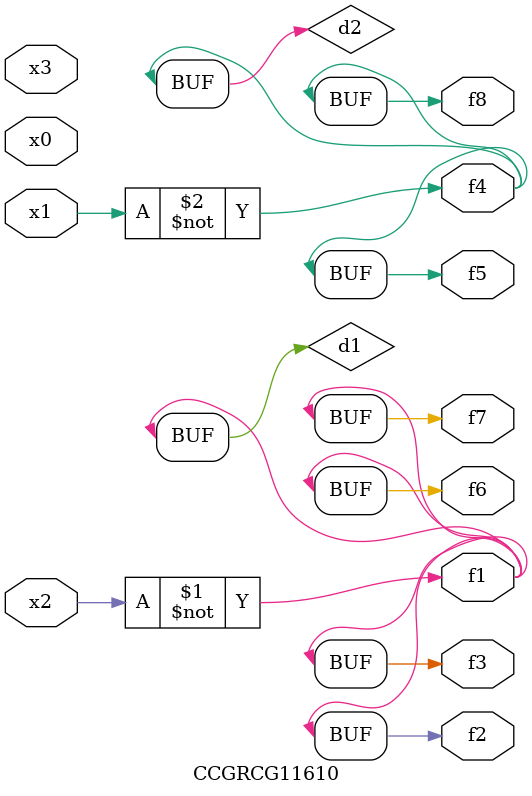
<source format=v>
module CCGRCG11610(
	input x0, x1, x2, x3,
	output f1, f2, f3, f4, f5, f6, f7, f8
);

	wire d1, d2;

	xnor (d1, x2);
	not (d2, x1);
	assign f1 = d1;
	assign f2 = d1;
	assign f3 = d1;
	assign f4 = d2;
	assign f5 = d2;
	assign f6 = d1;
	assign f7 = d1;
	assign f8 = d2;
endmodule

</source>
